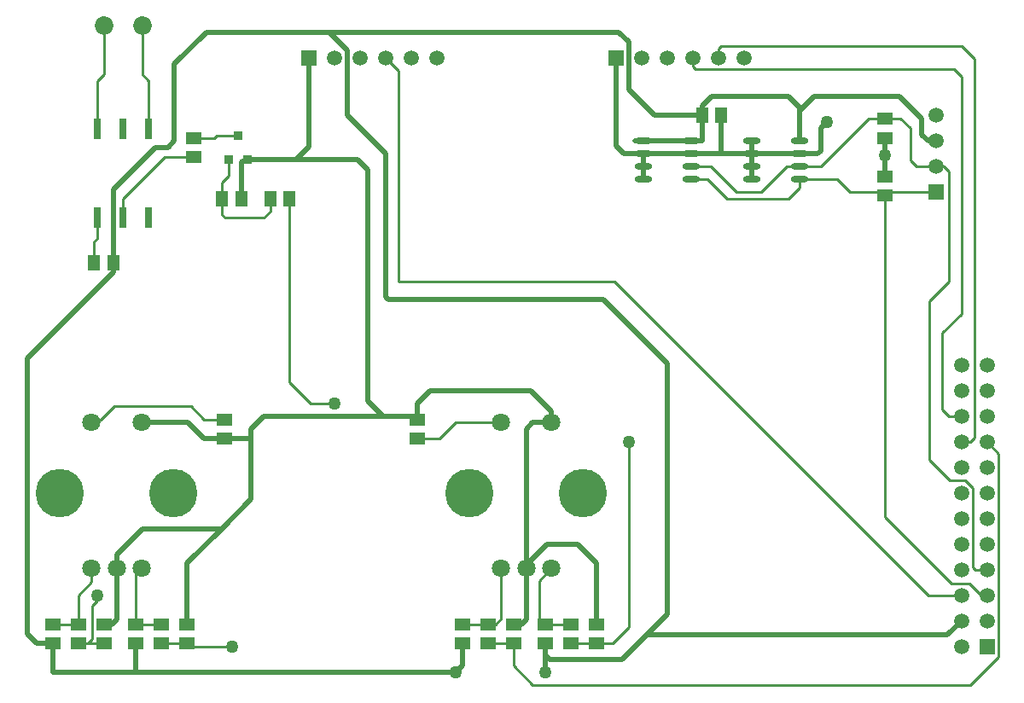
<source format=gtl>
G04*
G04 #@! TF.GenerationSoftware,Altium Limited,Altium Designer,19.1.8 (144)*
G04*
G04 Layer_Physical_Order=1*
G04 Layer_Color=255*
%FSLAX25Y25*%
%MOIN*%
G70*
G01*
G75*
%ADD11C,0.01000*%
%ADD16R,0.05906X0.05118*%
%ADD17R,0.03543X0.03740*%
%ADD18R,0.03543X0.03740*%
%ADD19R,0.05118X0.05906*%
%ADD20R,0.03150X0.08071*%
%ADD21O,0.06890X0.02362*%
%ADD35C,0.02000*%
%ADD36C,0.07284*%
%ADD37C,0.05906*%
%ADD38R,0.05906X0.05906*%
%ADD39R,0.05906X0.05906*%
%ADD40C,0.18898*%
%ADD41C,0.07087*%
%ADD42C,0.05000*%
D11*
X125900Y135000D02*
X135000D01*
X383500Y25000D02*
X394600Y36100D01*
X212500Y25000D02*
X383500D01*
X205000Y32500D02*
X212500Y25000D01*
X215000Y65630D02*
X219843Y70472D01*
X215000Y51240D02*
Y65630D01*
Y51240D02*
X217500Y48740D01*
X84260Y128740D02*
X92000D01*
X79000Y134000D02*
X84260Y128740D01*
X49000Y134000D02*
X79000D01*
X43724Y128724D02*
X49000Y134000D01*
X41322Y128724D02*
X43724D01*
X40157Y127559D02*
X41322Y128724D01*
X381500Y105000D02*
X384500Y102000D01*
X375600Y105000D02*
X381500D01*
X367500Y113100D02*
X375600Y105000D01*
X205000Y32500D02*
Y41260D01*
X250000Y47500D02*
Y120000D01*
X243760Y41260D02*
X250000Y47500D01*
X237500Y41260D02*
X243760D01*
X367200Y60000D02*
X380000D01*
X244600Y182600D02*
X367200Y60000D01*
X390000Y120000D02*
X394600Y115400D01*
X78760Y40000D02*
X95000D01*
X77500Y41260D02*
X78760Y40000D01*
X40400Y55900D02*
X42500Y58000D01*
X40400Y42807D02*
Y55900D01*
X38853Y41260D02*
X40400Y42807D01*
X35000Y41260D02*
X38853D01*
X38953D02*
X45000D01*
X68760Y231260D02*
X80000D01*
X52500Y215000D02*
X68760Y231260D01*
X52500Y207776D02*
Y215000D01*
X110000Y210000D02*
Y215000D01*
X107500Y207500D02*
X110000Y210000D01*
X92500Y207500D02*
X107500D01*
X91260Y208740D02*
X92500Y207500D01*
X91260Y208740D02*
Y215000D01*
X42500Y58000D02*
Y60000D01*
X40157Y65157D02*
Y70472D01*
X35000Y60000D02*
X40157Y65157D01*
X35000Y48740D02*
Y60000D01*
X117480Y143420D02*
X125900Y135000D01*
X117480Y143420D02*
Y215000D01*
X350000Y217500D02*
X370000D01*
X336460D02*
X350000D01*
Y216260D02*
Y217500D01*
Y216260D02*
X350000Y90600D01*
X376000Y64600D01*
X155000Y270000D02*
X160000Y265000D01*
Y182600D02*
Y265000D01*
X362500Y227500D02*
X370000D01*
X360000Y230000D02*
X362500Y227500D01*
X360000Y230000D02*
Y242500D01*
X356259Y246240D02*
X360000Y242500D01*
X350000Y246240D02*
X356259D01*
X343740D02*
X350000D01*
X325000Y227500D02*
X343740Y246240D01*
X316850Y227500D02*
X325000D01*
X331460Y222500D02*
X336460Y217500D01*
X375000Y130000D02*
X380000D01*
X372500Y132500D02*
X375000Y130000D01*
X372500Y132500D02*
Y162500D01*
X387728Y60000D02*
X390000D01*
X383128Y64600D02*
X387728Y60000D01*
X380000Y170000D02*
Y262500D01*
X377000Y265500D02*
X380000Y262500D01*
X276000Y265500D02*
X377000D01*
X301700Y217500D02*
X311700Y227500D01*
X292300Y217500D02*
X301700D01*
X282300Y227500D02*
X292300Y217500D01*
X316850Y219350D02*
Y222500D01*
X312500Y215000D02*
X316850Y219350D01*
X288400Y215000D02*
X312500D01*
X280900Y222500D02*
X288400Y215000D01*
X380000Y274500D02*
X385000Y269500D01*
X385000Y121500D01*
X383500Y120000D02*
X385000Y121500D01*
X372500Y162500D02*
X380000Y170000D01*
X375000Y182500D02*
Y225500D01*
X367500Y175000D02*
X375000Y182500D01*
X367500Y113100D02*
Y175000D01*
X373000Y227500D02*
X375000Y225500D01*
X57500Y48740D02*
Y70472D01*
X67500Y41260D02*
X77500D01*
X394600Y36100D02*
Y115400D01*
X195000Y41260D02*
X205000D01*
X227500D02*
X237500D01*
X167500Y121260D02*
X176060D01*
X182359Y127559D01*
X200157D01*
X89186Y239626D02*
X97500D01*
X88300Y238740D02*
X89186Y239626D01*
X80000Y238740D02*
X88300D01*
X60000Y263600D02*
Y282500D01*
Y263600D02*
X62500Y261100D01*
Y242224D02*
Y261100D01*
X45000Y263600D02*
Y282500D01*
X42500Y261100D02*
X45000Y263600D01*
X42500Y242224D02*
Y261100D01*
X160000Y182600D02*
X244600D01*
X370000Y227500D02*
X373000D01*
X384500Y71100D02*
Y102000D01*
Y71100D02*
X385600Y70000D01*
X390000D01*
X311700Y227500D02*
X316850D01*
X274350D02*
X282300D01*
X380000Y120000D02*
X383500D01*
X286000Y274500D02*
X380000D01*
X285000Y273500D02*
X286000Y274500D01*
X285000Y270000D02*
Y273500D01*
X275000Y266500D02*
X276000Y265500D01*
X275000Y266500D02*
Y270000D01*
X274350Y222500D02*
X280900D01*
X376000Y64600D02*
X383128D01*
X316850Y222500D02*
X331460D01*
X93760Y223900D02*
Y230374D01*
X91260Y221400D02*
X93760Y223900D01*
X91260Y215000D02*
Y221400D01*
X42500Y199440D02*
Y207776D01*
X41260Y198200D02*
X42500Y199440D01*
X41260Y190000D02*
Y198200D01*
X25000Y48740D02*
X35000D01*
X57500Y70472D02*
X59843D01*
X57500Y48740D02*
X67500D01*
X217500D02*
X227500D01*
X200157Y50898D02*
Y70472D01*
X198000Y48740D02*
X200157Y50898D01*
X195000Y48740D02*
X198000D01*
X185000D02*
X195000D01*
D16*
X80000Y238740D02*
D03*
Y231260D02*
D03*
X227500Y41260D02*
D03*
Y48740D02*
D03*
X350000Y246240D02*
D03*
Y238760D02*
D03*
Y216260D02*
D03*
Y223740D02*
D03*
X35000Y41260D02*
D03*
Y48740D02*
D03*
X67500Y41260D02*
D03*
Y48740D02*
D03*
X195000Y41260D02*
D03*
Y48740D02*
D03*
X57500Y41260D02*
D03*
Y48740D02*
D03*
X25000Y41260D02*
D03*
Y48740D02*
D03*
X77500Y41260D02*
D03*
Y48740D02*
D03*
X45000Y41260D02*
D03*
Y48740D02*
D03*
X92000Y128740D02*
D03*
Y121260D02*
D03*
X185000Y41260D02*
D03*
Y48740D02*
D03*
X217500Y41260D02*
D03*
Y48740D02*
D03*
X167500Y121260D02*
D03*
Y128740D02*
D03*
X237500Y41260D02*
D03*
Y48740D02*
D03*
X205000Y41260D02*
D03*
Y48740D02*
D03*
D17*
X97500Y239626D02*
D03*
X93760Y230374D02*
D03*
D18*
X101240D02*
D03*
D19*
X48740Y190000D02*
D03*
X41260D02*
D03*
X110000Y215000D02*
D03*
X117480D02*
D03*
X98740D02*
D03*
X91260D02*
D03*
X278760Y247500D02*
D03*
X286240D02*
D03*
D20*
X42500Y207776D02*
D03*
X52500D02*
D03*
X62500D02*
D03*
Y242224D02*
D03*
X52500D02*
D03*
X42500D02*
D03*
D21*
X255650Y237500D02*
D03*
Y232500D02*
D03*
Y227500D02*
D03*
Y222500D02*
D03*
X274350Y237500D02*
D03*
Y232500D02*
D03*
Y227500D02*
D03*
Y222500D02*
D03*
X298150Y237500D02*
D03*
Y232500D02*
D03*
Y227500D02*
D03*
Y222500D02*
D03*
X316850Y237500D02*
D03*
Y232500D02*
D03*
Y227500D02*
D03*
Y222500D02*
D03*
D35*
X217500Y36700D02*
Y41260D01*
Y30000D02*
Y36700D01*
X98740Y229202D02*
X99042Y229504D01*
X100469D01*
X101240Y230276D01*
Y230374D01*
X98740Y215000D02*
Y229202D01*
X237500Y48740D02*
Y72500D01*
X230000Y80000D02*
X237500Y72500D01*
X218000Y80000D02*
X230000D01*
X210000Y72000D02*
X218000Y80000D01*
X210000Y70472D02*
Y72000D01*
Y74000D02*
Y125000D01*
X278760Y237500D02*
Y247500D01*
X15000Y45000D02*
X18740Y41260D01*
X15000Y152500D02*
X48740Y186240D01*
X15000Y45000D02*
Y152500D01*
X102500Y125000D02*
X107500Y130000D01*
X102500Y121000D02*
Y125000D01*
Y97500D02*
Y121000D01*
X102240Y121260D02*
X102500Y121000D01*
X92000Y121260D02*
X102240D01*
X77862Y127559D02*
X84162Y121260D01*
X92000D01*
X59843Y127559D02*
X77862D01*
X155000Y176500D02*
Y232500D01*
X140000Y247500D02*
X155000Y232500D01*
X140000Y247500D02*
Y273000D01*
X172500Y140000D02*
X211843D01*
X167500Y135000D02*
X172500Y140000D01*
X167500Y128740D02*
Y135000D01*
X154200Y130000D02*
X166240D01*
X107500D02*
X154200D01*
X166240D02*
X167500Y128740D01*
X148200Y136000D02*
X154200Y130000D01*
X211843Y140000D02*
X219843Y132000D01*
X212559Y127559D02*
X219843D01*
X210000Y125000D02*
X212559Y127559D01*
X57500Y30000D02*
X182500D01*
X185000Y32500D01*
Y41260D01*
X18740D02*
X25000D01*
X257000Y44500D02*
X374500D01*
X257000D02*
X265000Y52500D01*
X247500Y35000D02*
X257000Y44500D01*
X374500D02*
X380000Y50000D01*
X240000Y175500D02*
X265000Y150500D01*
Y52500D02*
Y150500D01*
X57500Y30000D02*
Y41260D01*
X25000Y30000D02*
X57500D01*
X25000D02*
Y41260D01*
X91100Y86100D02*
X102500Y97500D01*
X60100Y86100D02*
X91100D01*
X77500Y72500D02*
X91100Y86100D01*
X70000Y235000D02*
X72500Y237500D01*
X65000Y235000D02*
X70000D01*
X48740Y218740D02*
X65000Y235000D01*
X48740Y190000D02*
Y218740D01*
X260000Y247500D02*
X277500D01*
X250000Y257500D02*
X260000Y247500D01*
X250000Y257500D02*
Y276200D01*
X323828Y232500D02*
X325000Y233672D01*
Y242500D01*
X327500Y245000D01*
X316850Y232500D02*
X323828D01*
X316850Y237500D02*
Y249350D01*
X72500Y267500D02*
X85000Y280000D01*
X72500Y237500D02*
Y267500D01*
X133000Y280000D02*
X140000Y273000D01*
X85000Y280000D02*
X133000D01*
X132500Y280000D02*
X246200Y280000D01*
X250000Y276200D01*
X155000Y176500D02*
X156000Y175500D01*
X245000Y235500D02*
Y270000D01*
X252500Y237500D02*
X255650D01*
X316850Y249350D02*
Y250650D01*
X322500Y255000D02*
X355800D01*
X316850Y249350D02*
X322500Y255000D01*
X355800D02*
X364500Y246300D01*
X312500Y255000D02*
X316850Y250650D01*
X282500Y255000D02*
X312500D01*
X278760Y251260D02*
X282500Y255000D01*
X286240Y232500D02*
X298150D01*
X274350D02*
X286240D01*
Y247500D01*
X364500Y240000D02*
Y246300D01*
Y240000D02*
X367000Y237500D01*
X370000D01*
X350000Y226240D02*
Y232100D01*
Y238760D01*
X219200Y35000D02*
X247500D01*
X217500Y36700D02*
X219200Y35000D01*
X120000Y230374D02*
X144000D01*
X101240D02*
X120000D01*
X50000Y76000D02*
X60100Y86100D01*
X278760Y247500D02*
Y251260D01*
X255650Y237500D02*
X274350D01*
X278760D01*
X48740Y186240D02*
Y190000D01*
X156000Y175500D02*
X240000D01*
X144000Y230374D02*
X148200Y226174D01*
Y136000D02*
Y226174D01*
X255650Y232500D02*
X274350D01*
X255650Y227500D02*
Y232500D01*
Y222500D02*
Y227500D01*
X298150Y232500D02*
X316850D01*
X298150D02*
Y237500D01*
Y227500D02*
Y232500D01*
Y222500D02*
Y227500D01*
X248000Y232500D02*
X255650D01*
X245000Y235500D02*
X248000Y232500D01*
X120000Y230374D02*
X125000Y235374D01*
Y270000D01*
X77500Y48740D02*
Y72500D01*
X50000Y50740D02*
Y70472D01*
X48000Y48740D02*
X50000Y50740D01*
X45000Y48740D02*
X48000D01*
X50000Y70472D02*
Y76000D01*
X219843Y127559D02*
Y132000D01*
X210000Y50740D02*
Y70472D01*
X208000Y48740D02*
X210000Y50740D01*
X205000Y48740D02*
X208000D01*
D36*
X60000Y282500D02*
D03*
X45000D02*
D03*
D37*
X370000Y247500D02*
D03*
Y237500D02*
D03*
Y227500D02*
D03*
X295000Y270000D02*
D03*
X285000D02*
D03*
X275000D02*
D03*
X265000D02*
D03*
X255000D02*
D03*
X380000Y90000D02*
D03*
Y80000D02*
D03*
Y70000D02*
D03*
Y60000D02*
D03*
Y50000D02*
D03*
Y40000D02*
D03*
Y150000D02*
D03*
Y140000D02*
D03*
Y130000D02*
D03*
Y120000D02*
D03*
Y110000D02*
D03*
Y100000D02*
D03*
X390000Y89970D02*
D03*
Y80000D02*
D03*
Y70000D02*
D03*
Y60000D02*
D03*
Y50000D02*
D03*
Y150000D02*
D03*
Y140000D02*
D03*
Y130000D02*
D03*
Y120000D02*
D03*
Y110000D02*
D03*
Y100000D02*
D03*
X175000Y270000D02*
D03*
X165000D02*
D03*
X155000D02*
D03*
X145000D02*
D03*
X135000D02*
D03*
D38*
X370000Y217500D02*
D03*
X390000Y40000D02*
D03*
D39*
X245000Y270000D02*
D03*
X125000D02*
D03*
D40*
X187953Y100000D02*
D03*
X232047D02*
D03*
X72047D02*
D03*
X27953D02*
D03*
D41*
X219843Y127559D02*
D03*
X200157D02*
D03*
X210000Y70472D02*
D03*
X219843D02*
D03*
X200157D02*
D03*
X40157D02*
D03*
X59843D02*
D03*
X50000D02*
D03*
X40157Y127559D02*
D03*
X59843D02*
D03*
D42*
X135000Y135000D02*
D03*
X217500Y30000D02*
D03*
X182500D02*
D03*
X250000Y120000D02*
D03*
X95000Y40000D02*
D03*
X42500Y60000D02*
D03*
X327500Y245000D02*
D03*
X350000Y232100D02*
D03*
M02*

</source>
